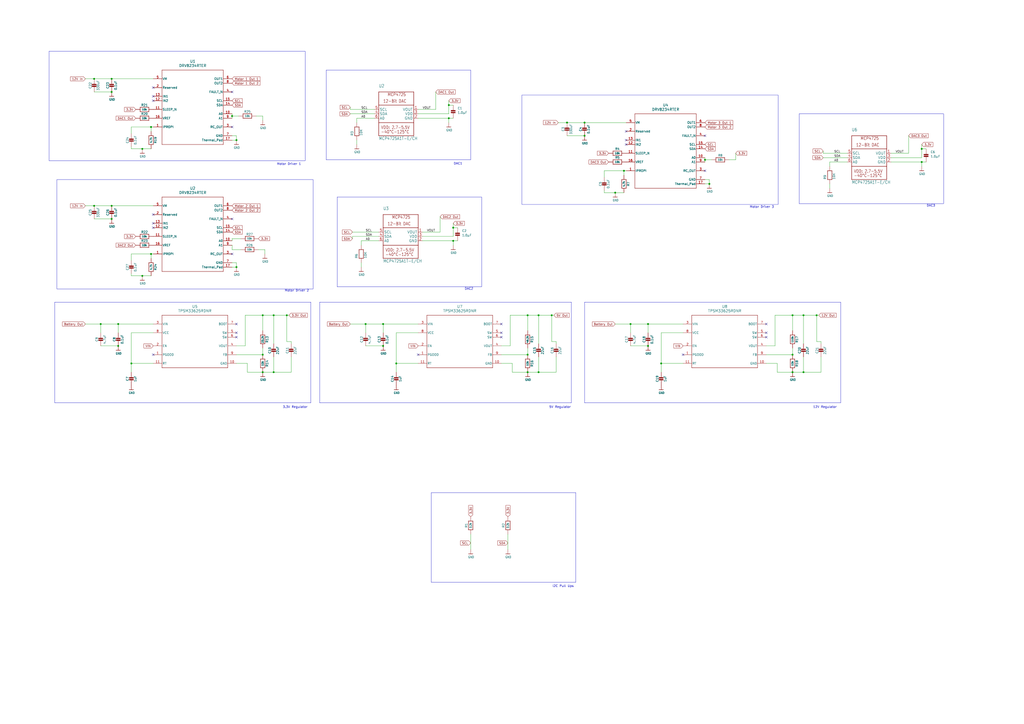
<source format=kicad_sch>
(kicad_sch (version 20250114) (generator "eeschema") (generator_version "9.0")
  (paper "A2")
  (lib_symbols
    (symbol "2025-12-19_19-45-19:DRV8234RTER" (pin_names (offset 0.254))
      (property "Reference" "U" (at 0 2.54 0))
      (property "Value" "DRV8234RTER" (at 0 0 0))
      (symbol "DRV8234RTER_0_1"
        (pin power_in line (at 0 0 0) (length 5.08) (name "VM") (number "5"))
        (pin unspecified line (at 0 -5.08 0) (length 5.08) (name "Reserved") (number "2"))
        (pin input line (at 0 -10.16 0) (length 5.08) (name "IN1") (number "13"))
        (pin input line (at 0 -12.7 0) (length 5.08) (name "IN2") (number "12"))
        (pin input line (at 0 -17.78 0) (length 5.08) (name "SLEEP_N") (number "11"))
        (pin unspecified line (at 0 -22.86 0) (length 5.08) (name "VREF") (number "16"))
        (pin unspecified line (at 0 -27.94 0) (length 5.08) (name "IPROPI") (number "1"))
        (pin unspecified line (at 45.72 0 180) (length 5.08) (name "OUT1") (number "6"))
        (pin unspecified line (at 45.72 -2.54 180) (length 5.08) (name "OUT2") (number "8"))
        (pin open_collector line (at 45.72 -7.62 180) (length 5.08) (name "FAULT_N") (number "4"))
        (pin input line (at 45.72 -12.7 180) (length 5.08) (name "SCL") (number "15"))
        (pin bidirectional line (at 45.72 -15.24 180) (length 5.08) (name "SDA") (number "14"))
        (pin input line (at 45.72 -20.32 180) (length 5.08) (name "A0") (number "10"))
        (pin input line (at 45.72 -22.86 180) (length 5.08) (name "A1") (number "9"))
        (pin open_collector line (at 45.72 -27.94 180) (length 5.08) (name "RC_OUT") (number "3"))
        (pin power_in line (at 45.72 -33.02 180) (length 5.08) (name "GND") (number "7"))
        (pin power_in line (at 45.72 -35.56 180) (length 5.08) (name "Thermal_Pad") (number "17"))
      )
    )
    (symbol "Adafruit MCP4725 Original-eagle-import:CAP_CERAMIC0805"
      (property "Reference" "C" (at 2.54 2.54 0))
      (symbol "CAP_CERAMIC0805_1_0"
        (pin passive line (at 0 5.08 270) (length 2.54) (name "P$1") (number "1"))
        (pin passive line (at 0 -2.54 90) (length 2.54) (name "P$2") (number "2"))
      )
    )
    (symbol "Adafruit MCP4725 Original-eagle-import:DAC_MCP4725"
      (property "Reference" "U" (at -10.16 15.24 0))
      (symbol "DAC_MCP4725_1_0"
        (text "VDD: 2.7-5.5V" (at -8.89 -8.89 0) (effects (font (size 1.778 1.5113)) (justify left bottom)))
        (text "-40°C-125°C" (at -8.89 -11.43 0) (effects (font (size 1.778 1.5113)) (justify left bottom)))
        (text "12-Bit DAC" (at -7.62 6.35 0) (effects (font (size 1.778 1.5113)) (justify left bottom)))
        (text "MCP4725" (at -5.08 10.16 0) (effects (font (size 1.778 1.5113)) (justify left bottom)))
        (pin bidirectional line (at -12.7 2.54 0) (length 2.54) (name "SCL") (number "5"))
        (pin bidirectional line (at -12.7 0 0) (length 2.54) (name "SDA") (number "4"))
        (pin input line (at -12.7 -2.54 0) (length 2.54) (name "A0") (number "6"))
        (pin output line (at 12.7 2.54 180) (length 2.54) (name "VOUT") (number "1"))
        (pin power_in line (at 12.7 0 180) (length 2.54) (name "VDD") (number "3"))
        (pin power_in line (at 12.7 -2.54 180) (length 2.54) (name "GND") (number "2"))
      )
    )
    (symbol "Adafruit MCP4725 Original-eagle-import:GND" (power)
      (symbol "GND_1_0"
        (pin power_in line (at 0 2.54 270) (length 2.54) (name "GND") (number "1"))
      )
    )
    (symbol "Adafruit MCP4725 Original-eagle-import:RESISTOR0805"
      (property "Reference" "R" (at -2.54 2.032 0))
      (symbol "RESISTOR0805_1_0"
        (pin passive line (at -5.08 0 0) (length 2.54) (name "1") (number "1"))
        (pin passive line (at 5.08 0 180) (length 2.54) (name "2") (number "2"))
      )
    )
    (symbol "Adafruit MPM3610-eagle-import:CAP_CERAMIC0805-NOOUTLINE"
      (property "Reference" "C" (at -2.29 1.25 90))
      (symbol "CAP_CERAMIC0805-NOOUTLINE_1_0"
        (pin passive line (at 0 5.08 270) (length 2.54) (name "1") (number "1"))
        (pin passive line (at 0 -2.54 90) (length 2.54) (name "2") (number "2"))
      )
    )
    (symbol "Adafruit MPM3610-eagle-import:GND" (power)
      (symbol "GND_1_0"
        (pin power_in line (at 0 2.54 270) (length 2.54) (name "GND") (number "1"))
      )
    )
    (symbol "Adafruit MPM3610-eagle-import:RESISTOR_0603_NOOUT"
      (property "Reference" "R" (at 0 2.54 0))
      (symbol "RESISTOR_0603_NOOUT_1_0"
        (pin passive line (at -5.08 0 0) (length 2.54) (name "1") (number "1"))
        (pin passive line (at 5.08 0 180) (length 2.54) (name "2") (number "2"))
      )
    )
    (symbol "TPSM33625:TPSM33625RDNR" (pin_names (offset 0.254))
      (property "Reference" "U" (at 0 2.54 0))
      (property "Value" "TPSM33625RDNR" (at 0 0 0))
      (symbol "TPSM33625RDNR_0_1"
        (pin power_in line (at 0 0 0) (length 5.08) (name "VIN") (number "3"))
        (pin unspecified line (at 0 -5.08 0) (length 5.08) (name "VCC") (number "8"))
        (pin input line (at 0 -12.7 0) (length 5.08) (name "EN") (number "2"))
        (pin open_collector line (at 0 -17.78 0) (length 5.08) (name "PGOOD") (number "1"))
        (pin unspecified line (at 0 -22.86 0) (length 5.08) (name "RT") (number "11"))
        (pin unspecified line (at 48.26 0 180) (length 5.08) (name "BOOT") (number "7"))
        (pin unspecified line (at 48.26 -5.08 180) (length 5.08) (name "SW") (number "5"))
        (pin unspecified line (at 48.26 -7.62 180) (length 5.08) (name "SW") (number "6"))
        (pin power_in line (at 48.26 -12.7 180) (length 5.08) (name "VOUT") (number "4"))
        (pin unspecified line (at 48.26 -17.78 180) (length 5.08) (name "FB") (number "9"))
        (pin power_in line (at 48.26 -22.86 180) (length 5.08) (name "GND") (number "10"))
      )
    )
  )
  (rectangle (start 185.42 175.26) (end 331.47 233.68))
  (rectangle (start 250.19 285.75) (end 334.01 337.82))
  (rectangle (start 339.09 175.26) (end 487.68 233.68))
  (rectangle (start 33.02 104.14) (end 181.61 167.64))
  (rectangle (start 28.448 29.718) (end 177.038 93.218))
  (rectangle (start 31.75 175.26) (end 180.34 233.68))
  (rectangle (start 195.58 114.3) (end 279.4 166.37))
  (rectangle (start 189.23 40.64) (end 273.05 92.71))
  (rectangle (start 463.55 66.04) (end 547.37 118.11))
  (rectangle (start 302.768 55.118) (end 451.358 118.618))
  (text "Motor Driver 3\n\n\n" (at 441.96 122.174 0) (effects (font (size 1.27 1.27))))
  (text "Motor Driver 2\n\n" (at 172.212 169.672 0) (effects (font (size 1.27 1.27))))
  (text "DAC1\n" (at 265.684 94.996 0) (effects (font (size 1.27 1.27))))
  (text "3.3V Regulator\n" (at 171.196 236.22 0) (effects (font (size 1.27 1.27))))
  (text "Motor Driver 1\n" (at 167.64 95.25 0) (effects (font (size 1.27 1.27))))
  (text "DAC2\n\n" (at 272.034 168.656 0) (effects (font (size 1.27 1.27))))
  (text "5V Regulator\n" (at 324.866 236.22 0) (effects (font (size 1.27 1.27))))
  (text "I2C Pull Ups\n" (at 326.644 340.106 0) (effects (font (size 1.27 1.27))))
  (text "12V Regulator\n" (at 478.536 236.22 0) (effects (font (size 1.27 1.27))))
  (text "DAC3\n\n" (at 540.004 120.396 0) (effects (font (size 1.27 1.27))))
  (junction (at 534.67 86.36))
  (junction (at 312.42 215.9))
  (junction (at 466.09 182.88))
  (junction (at 212.09 187.96))
  (junction (at 82.55 160.02))
  (junction (at 320.04 182.88))
  (junction (at 64.77 45.72))
  (junction (at 158.75 182.88))
  (junction (at 152.4 215.9))
  (junction (at 534.67 93.98))
  (junction (at 152.4 205.74))
  (junction (at 361.95 99.06))
  (junction (at 260.35 60.96))
  (junction (at 137.16 81.28))
  (junction (at 68.58 187.96))
  (junction (at 339.09 78.74))
  (junction (at 137.16 154.94))
  (junction (at 459.74 215.9))
  (junction (at 473.71 182.88))
  (junction (at 260.35 68.58))
  (junction (at 375.92 200.66))
  (junction (at 466.09 215.9))
  (junction (at 87.63 73.66))
  (junction (at 459.74 205.74))
  (junction (at 222.25 187.96))
  (junction (at 339.09 71.12))
  (junction (at 411.48 106.68))
  (junction (at 383.54 210.82))
  (junction (at 222.25 200.66))
  (junction (at 68.58 200.66))
  (junction (at 134.62 67.31))
  (junction (at 229.87 210.82))
  (junction (at 87.63 147.32))
  (junction (at 158.75 215.9))
  (junction (at 312.42 182.88))
  (junction (at 408.94 92.71))
  (junction (at 306.07 182.88))
  (junction (at 306.07 215.9))
  (junction (at 64.77 127))
  (junction (at 58.42 187.96))
  (junction (at 365.76 187.96))
  (junction (at 375.92 187.96))
  (junction (at 76.2 210.82))
  (junction (at 459.74 182.88))
  (junction (at 64.77 119.38))
  (junction (at 356.87 111.76))
  (junction (at 152.4 182.88))
  (junction (at 54.61 45.72))
  (junction (at 54.61 119.38))
  (junction (at 166.37 182.88))
  (junction (at 328.93 71.12))
  (junction (at 262.89 132.08))
  (junction (at 64.77 53.34))
  (junction (at 262.89 139.7))
  (junction (at 82.55 86.36))
  (junction (at 306.07 205.74))
  (no_connect (at 88.9 58.42))
  (no_connect (at 444.5 195.58))
  (no_connect (at 88.9 129.54))
  (no_connect (at 88.9 124.46))
  (no_connect (at 444.5 193.04))
  (no_connect (at 137.16 195.58))
  (no_connect (at 134.62 127))
  (no_connect (at 88.9 55.88))
  (no_connect (at 290.83 195.58))
  (no_connect (at 134.62 53.34))
  (no_connect (at 134.62 73.66))
  (no_connect (at 242.57 205.74))
  (no_connect (at 396.24 205.74))
  (no_connect (at 88.9 132.08))
  (no_connect (at 363.22 76.2))
  (no_connect (at 408.94 78.74))
  (no_connect (at 408.94 99.06))
  (no_connect (at 137.16 193.04))
  (no_connect (at 290.83 193.04))
  (no_connect (at 363.22 81.28))
  (no_connect (at 363.22 83.82))
  (no_connect (at 88.9 50.8))
  (no_connect (at 444.5 187.96))
  (no_connect (at 290.83 187.96))
  (no_connect (at 134.62 147.32))
  (no_connect (at 88.9 205.74))
  (no_connect (at 137.16 187.96))
  (wire (pts (xy 411.48 106.68) (xy 408.94 106.68)))
  (wire (pts (xy 450.85 210.82) (xy 450.85 215.9)))
  (wire (pts (xy 350.52 111.76) (xy 356.87 111.76)))
  (wire (pts (xy 142.24 200.66) (xy 142.24 182.88)))
  (wire (pts (xy 481.33 106.68) (xy 481.33 109.22)) (stroke (width 0.1524)))
  (wire (pts (xy 312.42 215.9) (xy 306.07 215.9)))
  (wire (pts (xy 422.91 92.71) (xy 426.72 92.71)))
  (wire (pts (xy 260.35 66.04) (xy 260.35 60.96)) (stroke (width 0.1524)))
  (wire (pts (xy 328.93 71.12) (xy 339.09 71.12)))
  (wire (pts (xy 87.63 73.66) (xy 87.63 76.2)))
  (wire (pts (xy 137.16 78.74) (xy 137.16 81.28)))
  (wire (pts (xy 137.16 152.4) (xy 137.16 154.94)))
  (wire (pts (xy 76.2 210.82) (xy 76.2 215.9)))
  (wire (pts (xy 516.89 93.98) (xy 534.67 93.98)) (stroke (width 0.1524)))
  (wire (pts (xy 166.37 198.12) (xy 166.37 182.88)))
  (wire (pts (xy 76.2 160.02) (xy 82.55 160.02)))
  (wire (pts (xy 153.67 144.78) (xy 153.67 147.32)))
  (wire (pts (xy 516.89 88.9) (xy 527.05 88.9)) (stroke (width 0.1524)))
  (wire (pts (xy 476.25 198.12) (xy 473.71 198.12)))
  (wire (pts (xy 143.51 215.9) (xy 152.4 215.9)))
  (wire (pts (xy 365.76 187.96) (xy 365.76 193.04)))
  (wire (pts (xy 477.52 88.9) (xy 491.49 88.9)) (stroke (width 0.1524)))
  (wire (pts (xy 537.21 93.98) (xy 534.67 93.98)) (stroke (width 0.1524)))
  (wire (pts (xy 262.89 139.7) (xy 262.89 142.24)) (stroke (width 0.1524)))
  (wire (pts (xy 516.89 91.44) (xy 534.67 91.44)) (stroke (width 0.1524)))
  (wire (pts (xy 476.25 207.01) (xy 476.25 215.9)))
  (wire (pts (xy 68.58 187.96) (xy 88.9 187.96)))
  (wire (pts (xy 158.75 199.39) (xy 158.75 182.88)))
  (wire (pts (xy 534.67 93.98) (xy 534.67 96.52)) (stroke (width 0.1524)))
  (wire (pts (xy 363.22 99.06) (xy 361.95 99.06)))
  (wire (pts (xy 64.77 45.72) (xy 88.9 45.72)))
  (wire (pts (xy 481.33 93.98) (xy 481.33 96.52)) (stroke (width 0.1524)))
  (wire (pts (xy 312.42 182.88) (xy 320.04 182.88)))
  (wire (pts (xy 322.58 207.01) (xy 322.58 215.9)))
  (wire (pts (xy 322.58 198.12) (xy 320.04 198.12)))
  (wire (pts (xy 54.61 53.34) (xy 64.77 53.34)))
  (wire (pts (xy 245.11 137.16) (xy 262.89 137.16)) (stroke (width 0.1524)))
  (wire (pts (xy 49.53 119.38) (xy 54.61 119.38)))
  (wire (pts (xy 166.37 182.88) (xy 167.64 182.88)))
  (wire (pts (xy 158.75 207.01) (xy 158.75 215.9)))
  (wire (pts (xy 49.53 187.96) (xy 58.42 187.96)))
  (wire (pts (xy 459.74 182.88) (xy 466.09 182.88)))
  (wire (pts (xy 262.89 137.16) (xy 262.89 132.08)) (stroke (width 0.1524)))
  (wire (pts (xy 408.94 92.71) (xy 408.94 93.98)))
  (wire (pts (xy 137.16 205.74) (xy 152.4 205.74)))
  (wire (pts (xy 242.57 193.04) (xy 229.87 193.04)))
  (wire (pts (xy 217.17 68.58) (xy 207.01 68.58)) (stroke (width 0.1524)))
  (wire (pts (xy 168.91 215.9) (xy 158.75 215.9)))
  (wire (pts (xy 87.63 147.32) (xy 76.2 147.32)))
  (wire (pts (xy 137.16 81.28) (xy 134.62 81.28)))
  (wire (pts (xy 203.2 66.04) (xy 217.17 66.04)) (stroke (width 0.1524)))
  (wire (pts (xy 408.94 104.14) (xy 411.48 104.14)))
  (wire (pts (xy 534.67 86.36) (xy 534.67 83.82)) (stroke (width 0.1524)))
  (wire (pts (xy 255.27 125.73) (xy 255.27 134.62)))
  (wire (pts (xy 88.9 193.04) (xy 76.2 193.04)))
  (wire (pts (xy 375.92 187.96) (xy 396.24 187.96)))
  (wire (pts (xy 527.05 78.74) (xy 527.05 88.9)))
  (wire (pts (xy 152.4 205.74) (xy 152.4 201.93)))
  (wire (pts (xy 82.55 86.36) (xy 87.63 86.36)))
  (wire (pts (xy 54.61 127) (xy 64.77 127)))
  (wire (pts (xy 383.54 193.04) (xy 383.54 210.82)))
  (wire (pts (xy 87.63 147.32) (xy 87.63 149.86)))
  (wire (pts (xy 450.85 215.9) (xy 459.74 215.9)))
  (wire (pts (xy 138.43 67.31) (xy 134.62 67.31)))
  (wire (pts (xy 297.18 215.9) (xy 306.07 215.9)))
  (wire (pts (xy 54.61 119.38) (xy 64.77 119.38)))
  (wire (pts (xy 265.43 132.08) (xy 262.89 132.08)) (stroke (width 0.1524)))
  (wire (pts (xy 204.47 134.62) (xy 219.71 134.62)) (stroke (width 0.1524)))
  (wire (pts (xy 290.83 210.82) (xy 297.18 210.82)))
  (wire (pts (xy 245.11 139.7) (xy 262.89 139.7)) (stroke (width 0.1524)))
  (wire (pts (xy 477.52 91.44) (xy 491.49 91.44)) (stroke (width 0.1524)))
  (wire (pts (xy 168.91 207.01) (xy 168.91 215.9)))
  (wire (pts (xy 88.9 73.66) (xy 87.63 73.66)))
  (wire (pts (xy 365.76 187.96) (xy 375.92 187.96)))
  (wire (pts (xy 383.54 210.82) (xy 396.24 210.82)))
  (wire (pts (xy 137.16 154.94) (xy 134.62 154.94)))
  (wire (pts (xy 168.91 199.39) (xy 168.91 198.12)))
  (wire (pts (xy 87.63 73.66) (xy 76.2 73.66)))
  (wire (pts (xy 339.09 71.12) (xy 363.22 71.12)))
  (wire (pts (xy 290.83 205.74) (xy 306.07 205.74)))
  (wire (pts (xy 68.58 187.96) (xy 68.58 193.04)))
  (wire (pts (xy 149.86 144.78) (xy 153.67 144.78)))
  (wire (pts (xy 152.4 182.88) (xy 152.4 191.77)))
  (wire (pts (xy 207.01 81.28) (xy 207.01 83.82)) (stroke (width 0.1524)))
  (wire (pts (xy 320.04 182.88) (xy 321.31 182.88)))
  (wire (pts (xy 207.01 68.58) (xy 207.01 71.12)) (stroke (width 0.1524)))
  (wire (pts (xy 473.71 182.88) (xy 474.98 182.88)))
  (wire (pts (xy 426.72 88.9) (xy 426.72 92.71)))
  (wire (pts (xy 408.94 92.71) (xy 408.94 91.44)))
  (wire (pts (xy 229.87 193.04) (xy 229.87 210.82)))
  (wire (pts (xy 137.16 200.66) (xy 142.24 200.66)))
  (wire (pts (xy 466.09 215.9) (xy 459.74 215.9)))
  (wire (pts (xy 203.2 63.5) (xy 217.17 63.5)) (stroke (width 0.1524)))
  (wire (pts (xy 242.57 66.04) (xy 260.35 66.04)) (stroke (width 0.1524)))
  (wire (pts (xy 76.2 193.04) (xy 76.2 210.82)))
  (wire (pts (xy 82.55 160.02) (xy 87.63 160.02)))
  (wire (pts (xy 534.67 91.44) (xy 534.67 86.36)) (stroke (width 0.1524)))
  (wire (pts (xy 294.64 309.88) (xy 294.64 318.77)))
  (wire (pts (xy 265.43 139.7) (xy 262.89 139.7)) (stroke (width 0.1524)))
  (wire (pts (xy 139.7 144.78) (xy 134.62 144.78)))
  (wire (pts (xy 222.25 187.96) (xy 242.57 187.96)))
  (wire (pts (xy 152.4 182.88) (xy 158.75 182.88)))
  (wire (pts (xy 444.5 210.82) (xy 450.85 210.82)))
  (wire (pts (xy 203.2 187.96) (xy 212.09 187.96)))
  (wire (pts (xy 242.57 68.58) (xy 260.35 68.58)) (stroke (width 0.1524)))
  (wire (pts (xy 148.59 67.31) (xy 152.4 67.31)))
  (wire (pts (xy 444.5 200.66) (xy 449.58 200.66)))
  (wire (pts (xy 295.91 200.66) (xy 295.91 182.88)))
  (wire (pts (xy 491.49 93.98) (xy 481.33 93.98)) (stroke (width 0.1524)))
  (wire (pts (xy 58.42 187.96) (xy 68.58 187.96)))
  (wire (pts (xy 252.73 53.34) (xy 252.73 63.5)))
  (wire (pts (xy 262.89 132.08) (xy 262.89 129.54)) (stroke (width 0.1524)))
  (wire (pts (xy 356.87 111.76) (xy 361.95 111.76)))
  (wire (pts (xy 444.5 205.74) (xy 459.74 205.74)))
  (wire (pts (xy 49.53 45.72) (xy 54.61 45.72)))
  (wire (pts (xy 203.2 63.5) (xy 203.2 62.23)) (stroke (width 0.1524)))
  (wire (pts (xy 76.2 85.09) (xy 76.2 86.36)))
  (wire (pts (xy 537.21 86.36) (xy 534.67 86.36)) (stroke (width 0.1524)))
  (wire (pts (xy 143.51 210.82) (xy 143.51 215.9)))
  (wire (pts (xy 134.62 67.31) (xy 134.62 66.04)))
  (wire (pts (xy 312.42 199.39) (xy 312.42 182.88)))
  (wire (pts (xy 209.55 139.7) (xy 209.55 142.24)) (stroke (width 0.1524)))
  (wire (pts (xy 262.89 60.96) (xy 260.35 60.96)) (stroke (width 0.1524)))
  (wire (pts (xy 134.62 78.74) (xy 137.16 78.74)))
  (wire (pts (xy 466.09 199.39) (xy 466.09 182.88)))
  (wire (pts (xy 158.75 182.88) (xy 166.37 182.88)))
  (wire (pts (xy 356.87 187.96) (xy 365.76 187.96)))
  (wire (pts (xy 152.4 67.31) (xy 152.4 69.85)))
  (wire (pts (xy 260.35 60.96) (xy 260.35 58.42)) (stroke (width 0.1524)))
  (wire (pts (xy 365.76 200.66) (xy 375.92 200.66)))
  (wire (pts (xy 137.16 210.82) (xy 143.51 210.82)))
  (wire (pts (xy 134.62 138.43) (xy 134.62 139.7)))
  (wire (pts (xy 350.52 110.49) (xy 350.52 111.76)))
  (wire (pts (xy 242.57 63.5) (xy 252.73 63.5)) (stroke (width 0.1524)))
  (wire (pts (xy 76.2 73.66) (xy 76.2 77.47)))
  (wire (pts (xy 222.25 187.96) (xy 222.25 193.04)))
  (wire (pts (xy 361.95 99.06) (xy 350.52 99.06)))
  (wire (pts (xy 449.58 182.88) (xy 459.74 182.88)))
  (wire (pts (xy 204.47 137.16) (xy 204.47 138.43)))
  (wire (pts (xy 295.91 182.88) (xy 306.07 182.88)))
  (wire (pts (xy 229.87 210.82) (xy 242.57 210.82)))
  (wire (pts (xy 58.42 187.96) (xy 58.42 193.04)))
  (wire (pts (xy 64.77 119.38) (xy 88.9 119.38)))
  (wire (pts (xy 476.25 199.39) (xy 476.25 198.12)))
  (wire (pts (xy 328.93 78.74) (xy 339.09 78.74)))
  (wire (pts (xy 229.87 210.82) (xy 229.87 215.9)))
  (wire (pts (xy 306.07 182.88) (xy 312.42 182.88)))
  (wire (pts (xy 411.48 104.14) (xy 411.48 106.68)))
  (wire (pts (xy 76.2 210.82) (xy 88.9 210.82)))
  (wire (pts (xy 306.07 182.88) (xy 306.07 191.77)))
  (wire (pts (xy 139.7 138.43) (xy 134.62 138.43)))
  (wire (pts (xy 322.58 215.9) (xy 312.42 215.9)))
  (wire (pts (xy 168.91 198.12) (xy 166.37 198.12)))
  (wire (pts (xy 361.95 99.06) (xy 361.95 101.6)))
  (wire (pts (xy 212.09 187.96) (xy 212.09 193.04)))
  (wire (pts (xy 459.74 182.88) (xy 459.74 191.77)))
  (wire (pts (xy 383.54 210.82) (xy 383.54 215.9)))
  (wire (pts (xy 476.25 215.9) (xy 466.09 215.9)))
  (wire (pts (xy 209.55 152.4) (xy 209.55 154.94)) (stroke (width 0.1524)))
  (wire (pts (xy 412.75 92.71) (xy 408.94 92.71)))
  (wire (pts (xy 134.62 144.78) (xy 134.62 142.24)))
  (wire (pts (xy 466.09 182.88) (xy 473.71 182.88)))
  (wire (pts (xy 375.92 187.96) (xy 375.92 193.04)))
  (wire (pts (xy 297.18 210.82) (xy 297.18 215.9)))
  (wire (pts (xy 477.52 88.9) (xy 477.52 87.63)) (stroke (width 0.1524)))
  (wire (pts (xy 219.71 137.16) (xy 204.47 137.16)))
  (wire (pts (xy 212.09 187.96) (xy 222.25 187.96)))
  (wire (pts (xy 466.09 207.01) (xy 466.09 215.9)))
  (wire (pts (xy 350.52 99.06) (xy 350.52 102.87)))
  (wire (pts (xy 473.71 198.12) (xy 473.71 182.88)))
  (wire (pts (xy 306.07 205.74) (xy 306.07 201.93)))
  (wire (pts (xy 219.71 139.7) (xy 209.55 139.7)) (stroke (width 0.1524)))
  (wire (pts (xy 322.58 199.39) (xy 322.58 198.12)))
  (wire (pts (xy 312.42 207.01) (xy 312.42 215.9)))
  (wire (pts (xy 134.62 152.4) (xy 137.16 152.4)))
  (wire (pts (xy 290.83 200.66) (xy 295.91 200.66)))
  (wire (pts (xy 54.61 45.72) (xy 64.77 45.72)))
  (wire (pts (xy 320.04 198.12) (xy 320.04 182.88)))
  (wire (pts (xy 88.9 147.32) (xy 87.63 147.32)))
  (wire (pts (xy 212.09 200.66) (xy 222.25 200.66)))
  (wire (pts (xy 158.75 215.9) (xy 152.4 215.9)))
  (wire (pts (xy 273.05 309.88) (xy 273.05 318.77)))
  (wire (pts (xy 76.2 158.75) (xy 76.2 160.02)))
  (wire (pts (xy 449.58 200.66) (xy 449.58 182.88)))
  (wire (pts (xy 260.35 68.58) (xy 260.35 71.12)) (stroke (width 0.1524)))
  (wire (pts (xy 245.11 134.62) (xy 255.27 134.62)) (stroke (width 0.1524)))
  (wire (pts (xy 58.42 200.66) (xy 68.58 200.66)))
  (wire (pts (xy 134.62 67.31) (xy 134.62 68.58)))
  (wire (pts (xy 142.24 182.88) (xy 152.4 182.88)))
  (wire (pts (xy 76.2 147.32) (xy 76.2 151.13)))
  (wire (pts (xy 76.2 86.36) (xy 82.55 86.36)))
  (wire (pts (xy 262.89 68.58) (xy 260.35 68.58)) (stroke (width 0.1524)))
  (wire (pts (xy 396.24 193.04) (xy 383.54 193.04)))
  (wire (pts (xy 459.74 205.74) (xy 459.74 201.93)))
  (wire (pts (xy 323.85 71.12) (xy 328.93 71.12)))
  (label "SCL" (at 212.09 134.62 0) (effects (font (size 1.2446 1.2446))))
  (label "A0" (at 483.87 93.98 0) (effects (font (size 1.2446 1.2446))))
  (label "SDA" (at 209.55 66.04 0) (effects (font (size 1.2446 1.2446))))
  (label "SDA" (at 212.09 137.16 0) (effects (font (size 1.2446 1.2446))))
  (label "A0" (at 212.09 139.7 0) (effects (font (size 1.2446 1.2446))))
  (label "SCL" (at 209.55 63.5 0) (effects (font (size 1.2446 1.2446))))
  (label "SDA" (at 483.87 91.44 0) (effects (font (size 1.2446 1.2446))))
  (label "A0" (at 209.55 68.58 0) (effects (font (size 1.2446 1.2446))))
  (label "SCL" (at 483.87 88.9 0) (effects (font (size 1.2446 1.2446))))
  (label "VOUT" (at 519.43 88.9 0) (effects (font (size 1.2446 1.2446))))
  (label "VOUT" (at 247.65 134.62 0) (effects (font (size 1.2446 1.2446))))
  (label "VOUT" (at 245.11 63.5 0) (effects (font (size 1.2446 1.2446))))
  (global_label "Motor 3 Out 2" (shape input) (at 408.94 73.66 0) (property "Intersheetrefs" "${INTERSHEET_REFS}" (effects (hide yes))))
  (global_label "SCL" (shape input) (at 477.52 87.63 180) (property "Intersheetrefs" "${INTERSHEET_REFS}" (effects (hide yes))))
  (global_label "SCL" (shape input) (at 203.2 62.23 180) (property "Intersheetrefs" "${INTERSHEET_REFS}" (effects (hide yes))))
  (global_label "SCL" (shape input) (at 134.62 132.08 0) (property "Intersheetrefs" "${INTERSHEET_REFS}" (effects (hide yes))))
  (global_label "12V Out" (shape input) (at 474.98 182.88 0) (property "Intersheetrefs" "${INTERSHEET_REFS}" (effects (hide yes))))
  (global_label "DAC3 Out" (shape input) (at 353.06 93.98 180) (property "Intersheetrefs" "${INTERSHEET_REFS}" (effects (hide yes))))
  (global_label "SDA" (shape input) (at 134.62 60.96 0) (property "Intersheetrefs" "${INTERSHEET_REFS}" (effects (hide yes))))
  (global_label "DAC3 Out" (shape input) (at 527.05 78.74 0) (property "Intersheetrefs" "${INTERSHEET_REFS}" (effects (hide yes))))
  (global_label "VIN" (shape input) (at 88.9 200.66 180) (property "Intersheetrefs" "${INTERSHEET_REFS}" (effects (hide yes))))
  (global_label "Motor 3 Out 1" (shape input) (at 408.94 71.12 0) (property "Intersheetrefs" "${INTERSHEET_REFS}" (effects (hide yes))))
  (global_label "SDA" (shape input) (at 477.52 91.44 180) (property "Intersheetrefs" "${INTERSHEET_REFS}" (effects (hide yes))))
  (global_label "SDA" (shape input) (at 203.2 66.04 180) (property "Intersheetrefs" "${INTERSHEET_REFS}" (effects (hide yes))))
  (global_label "3.3V" (shape input) (at 149.86 138.43 0) (property "Intersheetrefs" "${INTERSHEET_REFS}" (effects (hide yes))))
  (global_label "SDA" (shape input) (at 408.94 86.36 0) (property "Intersheetrefs" "${INTERSHEET_REFS}" (effects (hide yes))))
  (global_label "3.3V Out" (shape input) (at 167.64 182.88 0) (property "Intersheetrefs" "${INTERSHEET_REFS}" (effects (hide yes))))
  (global_label "3.3V" (shape input) (at 78.74 137.16 180) (property "Intersheetrefs" "${INTERSHEET_REFS}" (effects (hide yes))))
  (global_label "DAC1 Out" (shape input) (at 78.74 68.58 180) (property "Intersheetrefs" "${INTERSHEET_REFS}" (effects (hide yes))))
  (global_label "Motor 1 Out 2" (shape input) (at 134.62 48.26 0) (property "Intersheetrefs" "${INTERSHEET_REFS}" (effects (hide yes))))
  (global_label "SDA" (shape input) (at 204.47 138.43 180) (property "Intersheetrefs" "${INTERSHEET_REFS}" (effects (hide yes))))
  (global_label "Battery Out" (shape input) (at 49.53 187.96 180) (property "Intersheetrefs" "${INTERSHEET_REFS}" (effects (hide yes))))
  (global_label "VIN" (shape input) (at 396.24 200.66 180) (property "Intersheetrefs" "${INTERSHEET_REFS}" (effects (hide yes))))
  (global_label "DAC1 Out" (shape input) (at 252.73 53.34 0) (property "Intersheetrefs" "${INTERSHEET_REFS}" (effects (hide yes))))
  (global_label "Motor 2 Out 1" (shape input) (at 134.62 119.38 0) (property "Intersheetrefs" "${INTERSHEET_REFS}" (effects (hide yes))))
  (global_label "12V In" (shape input) (at 323.85 71.12 180) (property "Intersheetrefs" "${INTERSHEET_REFS}" (effects (hide yes))))
  (global_label "VIN" (shape input) (at 242.57 200.66 180) (property "Intersheetrefs" "${INTERSHEET_REFS}" (effects (hide yes))))
  (global_label "SCL" (shape input) (at 134.62 58.42 0) (property "Intersheetrefs" "${INTERSHEET_REFS}" (effects (hide yes))))
  (global_label "Battery Out" (shape input) (at 356.87 187.96 180) (property "Intersheetrefs" "${INTERSHEET_REFS}" (effects (hide yes))))
  (global_label "SDA" (shape input) (at 134.62 134.62 0) (property "Intersheetrefs" "${INTERSHEET_REFS}" (effects (hide yes))))
  (global_label "3.3V" (shape input) (at 78.74 63.5 180) (property "Intersheetrefs" "${INTERSHEET_REFS}" (effects (hide yes))))
  (global_label "3.3V" (shape input) (at 353.06 88.9 180) (property "Intersheetrefs" "${INTERSHEET_REFS}" (effects (hide yes))))
  (global_label "SDA" (shape input) (at 294.64 314.96 180) (property "Intersheetrefs" "${INTERSHEET_REFS}" (effects (hide yes))))
  (global_label "3.3V" (shape input) (at 273.05 299.72 90) (property "Intersheetrefs" "${INTERSHEET_REFS}" (effects (hide yes))))
  (global_label "SCL" (shape input) (at 408.94 83.82 0) (property "Intersheetrefs" "${INTERSHEET_REFS}" (effects (hide yes))))
  (global_label "5V Out" (shape input) (at 321.31 182.88 0) (property "Intersheetrefs" "${INTERSHEET_REFS}" (effects (hide yes))))
  (global_label "3.3V" (shape input) (at 426.72 88.9 0) (property "Intersheetrefs" "${INTERSHEET_REFS}" (effects (hide yes))))
  (global_label "3.3V" (shape input) (at 262.89 129.54 0) (property "Intersheetrefs" "${INTERSHEET_REFS}" (effects (hide yes))))
  (global_label "SCL" (shape input) (at 204.47 134.62 180) (property "Intersheetrefs" "${INTERSHEET_REFS}" (effects (hide yes))))
  (global_label "3.3V" (shape input) (at 294.64 299.72 90) (property "Intersheetrefs" "${INTERSHEET_REFS}" (effects (hide yes))))
  (global_label "DAC2 Out" (shape input) (at 255.27 125.73 0) (property "Intersheetrefs" "${INTERSHEET_REFS}" (effects (hide yes))))
  (global_label "Battery Out" (shape input) (at 203.2 187.96 180) (property "Intersheetrefs" "${INTERSHEET_REFS}" (effects (hide yes))))
  (global_label "Motor 1 Out 1" (shape input) (at 134.62 45.72 0) (property "Intersheetrefs" "${INTERSHEET_REFS}" (effects (hide yes))))
  (global_label "12V In" (shape input) (at 49.53 119.38 180) (property "Intersheetrefs" "${INTERSHEET_REFS}" (effects (hide yes))))
  (global_label "3.3V" (shape input) (at 260.35 58.42 0) (property "Intersheetrefs" "${INTERSHEET_REFS}" (effects (hide yes))))
  (global_label "SCL" (shape input) (at 273.05 314.96 180) (property "Intersheetrefs" "${INTERSHEET_REFS}" (effects (hide yes))))
  (global_label "Motor 2 Out 2" (shape input) (at 134.62 121.92 0) (property "Intersheetrefs" "${INTERSHEET_REFS}" (effects (hide yes))))
  (global_label "12V In" (shape input) (at 49.53 45.72 180) (property "Intersheetrefs" "${INTERSHEET_REFS}" (effects (hide yes))))
  (global_label "DAC2 Out" (shape input) (at 78.74 142.24 180) (property "Intersheetrefs" "${INTERSHEET_REFS}" (effects (hide yes))))
  (global_label "3.3V" (shape input) (at 534.67 83.82 0) (property "Intersheetrefs" "${INTERSHEET_REFS}" (effects (hide yes))))
  (symbol (lib_id "Adafruit MCP4725 Original-eagle-import:GND") (at 481.33 111.76 0) (unit 1)
    (property "Reference" "#U$011" (effects (hide yes)))
    (property "Value" "GND" (at 479.806 114.3 0) (effects (font (size 1.27 1.0795)) (justify left bottom)))
  )
  (symbol (lib_id "Adafruit MCP4725 Original-eagle-import:RESISTOR0805") (at 481.33 101.6 90) (unit 1)
    (property "Reference" "R9" (at 479.298 104.14 0) (effects (justify left bottom)))
    (property "Value" "10K" (at 484.505 104.14 0) (effects (justify left bottom)))
    (property "Footprint" "Adafruit MCP4725 Original:0805" (effects (hide yes)))
  )
  (symbol (lib_id "Adafruit MCP4725 Original-eagle-import:DAC_MCP4725") (at 229.87 66.04 0) (unit 1)
    (property "Reference" "U2" (at 219.71 50.8 0) (effects (font (size 1.778 1.5113)) (justify left bottom)))
    (property "Value" "MCP4725A1T-E/CH" (at 219.71 81.28 0) (effects (font (size 1.778 1.5113)) (justify left bottom)))
    (property "Footprint" "Adafruit MCP4725 Original:SOT23-6" (effects (hide yes)))
  )
  (symbol (lib_id "Adafruit MCP4725 Original-eagle-import:GND") (at 534.67 99.06 0) (unit 1)
    (property "Reference" "#U$012" (effects (hide yes)))
    (property "Value" "GND" (at 533.146 101.6 0) (effects (font (size 1.27 1.0795)) (justify left bottom)))
  )
  (symbol (lib_id "Adafruit MPM3610-eagle-import:CAP_CERAMIC0805-NOOUTLINE") (at 76.2 156.21 0) (unit 1)
    (property "Reference" "C27" (at 73.91 154.96 90))
    (property "Value" "0.1uF" (at 78.5 154.96 90))
    (property "Footprint" "Adafruit MPM3610:0805-NO" (effects (hide yes)))
  )
  (symbol (lib_id "Adafruit MPM3610-eagle-import:GND") (at 76.2 226.06 0) (unit 1)
    (property "Reference" "#U$015" (effects (hide yes)))
    (property "Value" "GND" (at 74.676 228.6 0) (effects (font (size 1.27 1.0795)) (justify left bottom)))
  )
  (symbol (lib_id "Adafruit MPM3610-eagle-import:GND") (at 82.55 88.9 0) (unit 1)
    (property "Reference" "#U$031" (effects (hide yes)))
    (property "Value" "GND" (at 81.026 91.44 0) (effects (font (size 1.27 1.0795)) (justify left bottom)))
  )
  (symbol (lib_id "Adafruit MPM3610-eagle-import:RESISTOR_0603_NOOUT") (at 358.14 93.98 0) (unit 1)
    (property "Reference" "R5" (at 358.14 91.44 0))
    (property "Value" "10k" (at 358.14 93.98 0) (effects (font (size 1.016 1.016) (thickness 0.2032) (bold yes))))
    (property "Footprint" "Adafruit MPM3610:0603-NO" (effects (hide yes)))
  )
  (symbol (lib_id "2025-12-19_19-45-19:DRV8234RTER") (at 88.9 45.72 0) (unit 1)
    (property "Reference" "U1" (at 111.76 35.56 0) (effects (font (size 1.524 1.524))))
    (property "Value" "DRV8234RTER" (at 111.76 38.1 0) (effects (font (size 1.524 1.524))))
    (property "Footprint" "RTE0016C-IPC_A" (effects (hide yes)))
    (property "Datasheet" "https://www.ti.com/lit/gpn/drv8234" (effects (hide yes)))
  )
  (symbol (lib_id "Adafruit MPM3610-eagle-import:RESISTOR_0603_NOOUT") (at 358.14 88.9 0) (unit 1)
    (property "Reference" "R4" (at 358.14 86.36 0))
    (property "Value" "10k" (at 358.14 88.9 0) (effects (font (size 1.016 1.016) (thickness 0.2032) (bold yes))))
    (property "Footprint" "Adafruit MPM3610:0603-NO" (effects (hide yes)))
  )
  (symbol (lib_id "Adafruit MPM3610-eagle-import:RESISTOR_0603_NOOUT") (at 143.51 67.31 0) (unit 1)
    (property "Reference" "R25" (at 143.51 64.77 0))
    (property "Value" "10k" (at 143.51 67.31 0) (effects (font (size 1.016 1.016) (thickness 0.2032) (bold yes))))
    (property "Footprint" "Adafruit MPM3610:0603-NO" (effects (hide yes)))
  )
  (symbol (lib_id "Adafruit MCP4725 Original-eagle-import:DAC_MCP4725") (at 504.19 91.44 0) (unit 1)
    (property "Reference" "U6" (at 494.03 76.2 0) (effects (font (size 1.778 1.5113)) (justify left bottom)))
    (property "Value" "MCP4725A1T-E/CH" (at 494.03 106.68 0) (effects (font (size 1.778 1.5113)) (justify left bottom)))
    (property "Footprint" "Adafruit MCP4725 Original:SOT23-6" (effects (hide yes)))
  )
  (symbol (lib_id "Adafruit MPM3610-eagle-import:GND") (at 222.25 203.2 0) (unit 1)
    (property "Reference" "#U$024" (effects (hide yes)))
    (property "Value" "GND" (at 220.726 205.74 0) (effects (font (size 1.27 1.0795)) (justify left bottom)))
  )
  (symbol (lib_id "Adafruit MPM3610-eagle-import:CAP_CERAMIC0805-NOOUTLINE") (at 375.92 198.12 0) (unit 1)
    (property "Reference" "C18" (at 373.63 196.87 90))
    (property "Value" "0.1uF" (at 378.22 196.87 90))
    (property "Footprint" "Adafruit MPM3610:0805-NO" (effects (hide yes)))
  )
  (symbol (lib_id "Adafruit MPM3610-eagle-import:CAP_CERAMIC0805-NOOUTLINE") (at 312.42 204.47 0) (unit 1)
    (property "Reference" "C15" (at 310.13 203.22 90))
    (property "Value" "22uF" (at 314.72 203.22 90))
    (property "Footprint" "Adafruit MPM3610:0805-NO" (effects (hide yes)))
  )
  (symbol (lib_id "Adafruit MCP4725 Original-eagle-import:RESISTOR0805") (at 209.55 147.32 90) (unit 1)
    (property "Reference" "R6" (at 207.518 149.86 0) (effects (justify left bottom)))
    (property "Value" "10K" (at 212.725 149.86 0) (effects (justify left bottom)))
    (property "Footprint" "Adafruit MCP4725 Original:0805" (effects (hide yes)))
  )
  (symbol (lib_id "Adafruit MPM3610-eagle-import:RESISTOR_0603_NOOUT") (at 144.78 144.78 0) (unit 1)
    (property "Reference" "R26" (at 144.78 142.24 0))
    (property "Value" "10k" (at 144.78 144.78 0) (effects (font (size 1.016 1.016) (thickness 0.2032) (bold yes))))
    (property "Footprint" "Adafruit MPM3610:0603-NO" (effects (hide yes)))
  )
  (symbol (lib_id "Adafruit MPM3610-eagle-import:RESISTOR_0603_NOOUT") (at 417.83 92.71 0) (unit 1)
    (property "Reference" "R8" (at 417.83 90.17 0))
    (property "Value" "10k" (at 417.83 92.71 0) (effects (font (size 1.016 1.016) (thickness 0.2032) (bold yes))))
    (property "Footprint" "Adafruit MPM3610:0603-NO" (effects (hide yes)))
  )
  (symbol (lib_id "Adafruit MPM3610-eagle-import:CAP_CERAMIC0805-NOOUTLINE") (at 58.42 198.12 0) (unit 1)
    (property "Reference" "C9" (at 56.13 196.87 90))
    (property "Value" "4.7uF" (at 60.72 196.87 90))
    (property "Footprint" "Adafruit MPM3610:0805-NO" (effects (hide yes)))
  )
  (symbol (lib_id "Adafruit MCP4725 Original-eagle-import:GND") (at 294.64 321.31 0) (unit 1)
    (property "Reference" "#U$02" (effects (hide yes)))
    (property "Value" "GND" (at 293.116 323.85 0) (effects (font (size 1.27 1.0795)) (justify left bottom)))
  )
  (symbol (lib_id "Adafruit MCP4725 Original-eagle-import:RESISTOR0805") (at 207.01 76.2 90) (unit 1)
    (property "Reference" "R3" (at 204.978 78.74 0) (effects (justify left bottom)))
    (property "Value" "10K" (at 210.185 78.74 0) (effects (justify left bottom)))
    (property "Footprint" "Adafruit MCP4725 Original:0805" (effects (hide yes)))
  )
  (symbol (lib_id "Adafruit MPM3610-eagle-import:GND") (at 137.16 157.48 0) (unit 1)
    (property "Reference" "#U$035" (effects (hide yes)))
    (property "Value" "GND" (at 135.636 160.02 0) (effects (font (size 1.27 1.0795)) (justify left bottom)))
  )
  (symbol (lib_id "TPSM33625:TPSM33625RDNR") (at 396.24 187.96 0) (unit 1)
    (property "Reference" "U8" (at 420.37 177.8 0) (effects (font (size 1.524 1.524))))
    (property "Value" "TPSM33625RDNR" (at 420.37 180.34 0) (effects (font (size 1.524 1.524))))
    (property "Footprint" "RDN0011A-MFG" (effects (hide yes)))
    (property "Datasheet" "https://www.ti.com/lit/gpn/tpsm33625" (effects (hide yes)))
  )
  (symbol (lib_id "Adafruit MPM3610-eagle-import:GND") (at 375.92 203.2 0) (unit 1)
    (property "Reference" "#U$027" (effects (hide yes)))
    (property "Value" "GND" (at 374.396 205.74 0) (effects (font (size 1.27 1.0795)) (justify left bottom)))
  )
  (symbol (lib_id "Adafruit MPM3610-eagle-import:CAP_CERAMIC0805-NOOUTLINE") (at 64.77 124.46 0) (unit 1)
    (property "Reference" "C26" (at 62.48 123.21 90))
    (property "Value" "0.1uF" (at 67.07 123.21 90))
    (property "Footprint" "Adafruit MPM3610:0805-NO" (effects (hide yes)))
  )
  (symbol (lib_id "Adafruit MPM3610-eagle-import:RESISTOR_0603_NOOUT") (at 87.63 154.94 270) (unit 1)
    (property "Reference" "R24" (at 90.17 154.94 0))
    (property "Value" "4.7k" (at 87.63 154.94 0) (effects (font (size 1.016 1.016) (thickness 0.2032) (bold yes))))
    (property "Footprint" "Adafruit MPM3610:0603-NO" (effects (hide yes)))
  )
  (symbol (lib_id "Adafruit MPM3610-eagle-import:CAP_CERAMIC0805-NOOUTLINE") (at 328.93 76.2 0) (unit 1)
    (property "Reference" "C3" (at 326.64 74.95 90))
    (property "Value" "330uF" (at 331.23 74.95 90))
    (property "Footprint" "Adafruit MPM3610:0805-NO" (effects (hide yes)))
  )
  (symbol (lib_id "Adafruit MCP4725 Original-eagle-import:DAC_MCP4725") (at 232.41 137.16 0) (unit 1)
    (property "Reference" "U3" (at 222.25 121.92 0) (effects (font (size 1.778 1.5113)) (justify left bottom)))
    (property "Value" "MCP4725A1T-E/CH" (at 222.25 152.4 0) (effects (font (size 1.778 1.5113)) (justify left bottom)))
    (property "Footprint" "Adafruit MCP4725 Original:SOT23-6" (effects (hide yes)))
  )
  (symbol (lib_id "Adafruit MCP4725 Original-eagle-import:GND") (at 260.35 73.66 0) (unit 1)
    (property "Reference" "#U$3" (effects (hide yes)))
    (property "Value" "GND" (at 258.826 76.2 0) (effects (font (size 1.27 1.0795)) (justify left bottom)))
  )
  (symbol (lib_id "Adafruit MPM3610-eagle-import:RESISTOR_0603_NOOUT") (at 361.95 106.68 270) (unit 1)
    (property "Reference" "R7" (at 364.49 106.68 0))
    (property "Value" "4.7k" (at 361.95 106.68 0) (effects (font (size 1.016 1.016) (thickness 0.2032) (bold yes))))
    (property "Footprint" "Adafruit MPM3610:0603-NO" (effects (hide yes)))
  )
  (symbol (lib_id "Adafruit MCP4725 Original-eagle-import:CAP_CERAMIC0805") (at 265.43 137.16 0) (unit 1)
    (property "Reference" "C2" (at 267.97 134.62 0) (effects (justify left bottom)))
    (property "Value" "1.0µF" (at 267.97 137.16 0) (effects (justify left bottom)))
    (property "Footprint" "Adafruit MCP4725 Original:0805" (effects (hide yes)))
  )
  (symbol (lib_id "TPSM33625:TPSM33625RDNR") (at 88.9 187.96 0) (unit 1)
    (property "Reference" "U5" (at 113.03 177.8 0) (effects (font (size 1.524 1.524))))
    (property "Value" "TPSM33625RDNR" (at 113.03 180.34 0) (effects (font (size 1.524 1.524))))
    (property "Footprint" "RDN0011A-MFG" (effects (hide yes)))
    (property "Datasheet" "https://www.ti.com/lit/gpn/tpsm33625" (effects (hide yes)))
  )
  (symbol (lib_id "Adafruit MPM3610-eagle-import:RESISTOR_0603_NOOUT") (at 83.82 68.58 0) (unit 1)
    (property "Reference" "R20" (at 83.82 66.04 0))
    (property "Value" "10k" (at 83.82 68.58 0) (effects (font (size 1.016 1.016) (thickness 0.2032) (bold yes))))
    (property "Footprint" "Adafruit MPM3610:0603-NO" (effects (hide yes)))
  )
  (symbol (lib_id "Adafruit MPM3610-eagle-import:CAP_CERAMIC0805-NOOUTLINE") (at 322.58 204.47 0) (unit 1)
    (property "Reference" "C16" (at 320.29 203.22 90))
    (property "Value" "22uF" (at 324.88 203.22 90))
    (property "Footprint" "Adafruit MPM3610:0805-NO" (effects (hide yes)))
  )
  (symbol (lib_id "Adafruit MPM3610-eagle-import:CAP_CERAMIC0805-NOOUTLINE") (at 64.77 50.8 0) (unit 1)
    (property "Reference" "C23" (at 62.48 49.55 90))
    (property "Value" "0.1uF" (at 67.07 49.55 90))
    (property "Footprint" "Adafruit MPM3610:0805-NO" (effects (hide yes)))
  )
  (symbol (lib_id "Adafruit MPM3610-eagle-import:RESISTOR_0603_NOOUT") (at 273.05 304.8 90) (unit 1)
    (property "Reference" "R1" (at 270.51 304.8 0))
    (property "Value" "2.2k" (at 273.05 304.8 0) (effects (font (size 1.016 1.016) (thickness 0.2032) (bold yes))))
    (property "Footprint" "Adafruit MPM3610:0603-NO" (effects (hide yes)))
  )
  (symbol (lib_id "Adafruit MPM3610-eagle-import:RESISTOR_0603_NOOUT") (at 152.4 210.82 270) (unit 1)
    (property "Reference" "R14" (at 154.94 210.82 0))
    (property "Value" "10k" (at 152.4 210.82 0) (effects (font (size 1.016 1.016) (thickness 0.2032) (bold yes))))
    (property "Footprint" "Adafruit MPM3610:0603-NO" (effects (hide yes)))
  )
  (symbol (lib_id "Adafruit MPM3610-eagle-import:RESISTOR_0603_NOOUT") (at 294.64 304.8 90) (unit 1)
    (property "Reference" "R2" (at 292.1 304.8 0))
    (property "Value" "2.2k" (at 294.64 304.8 0) (effects (font (size 1.016 1.016) (thickness 0.2032) (bold yes))))
    (property "Footprint" "Adafruit MPM3610:0603-NO" (effects (hide yes)))
  )
  (symbol (lib_id "Adafruit MPM3610-eagle-import:RESISTOR_0603_NOOUT") (at 459.74 210.82 270) (unit 1)
    (property "Reference" "R18" (at 462.28 210.82 0))
    (property "Value" "10k" (at 459.74 210.82 0) (effects (font (size 1.016 1.016) (thickness 0.2032) (bold yes))))
    (property "Footprint" "Adafruit MPM3610:0603-NO" (effects (hide yes)))
  )
  (symbol (lib_id "Adafruit MPM3610-eagle-import:CAP_CERAMIC0805-NOOUTLINE") (at 466.09 204.47 0) (unit 1)
    (property "Reference" "C20" (at 463.8 203.22 90))
    (property "Value" "22uF" (at 468.39 203.22 90))
    (property "Footprint" "Adafruit MPM3610:0805-NO" (effects (hide yes)))
  )
  (symbol (lib_id "Adafruit MPM3610-eagle-import:RESISTOR_0603_NOOUT") (at 459.74 196.85 270) (unit 1)
    (property "Reference" "R17" (at 462.28 196.85 0))
    (property "Value" "110k" (at 459.74 196.85 0) (effects (font (size 1.016 1.016) (thickness 0.2032) (bold yes))))
    (property "Footprint" "Adafruit MPM3610:0603-NO" (effects (hide yes)))
  )
  (symbol (lib_id "Adafruit MCP4725 Original-eagle-import:CAP_CERAMIC0805") (at 262.89 66.04 0) (unit 1)
    (property "Reference" "C1" (at 265.43 63.5 0) (effects (justify left bottom)))
    (property "Value" "1.0µF" (at 265.43 66.04 0) (effects (justify left bottom)))
    (property "Footprint" "Adafruit MCP4725 Original:0805" (effects (hide yes)))
  )
  (symbol (lib_id "Adafruit MPM3610-eagle-import:GND") (at 82.55 162.56 0) (unit 1)
    (property "Reference" "#U$034" (effects (hide yes)))
    (property "Value" "GND" (at 81.026 165.1 0) (effects (font (size 1.27 1.0795)) (justify left bottom)))
  )
  (symbol (lib_id "Adafruit MCP4725 Original-eagle-import:GND") (at 207.01 86.36 0) (unit 1)
    (property "Reference" "#U$6" (effects (hide yes)))
    (property "Value" "GND" (at 205.486 88.9 0) (effects (font (size 1.27 1.0795)) (justify left bottom)))
  )
  (symbol (lib_id "Adafruit MPM3610-eagle-import:GND") (at 459.74 218.44 0) (unit 1)
    (property "Reference" "#U$029" (effects (hide yes)))
    (property "Value" "GND" (at 458.216 220.98 0) (effects (font (size 1.27 1.0795)) (justify left bottom)))
  )
  (symbol (lib_id "Adafruit MPM3610-eagle-import:GND") (at 64.77 55.88 0) (unit 1)
    (property "Reference" "#U$030" (effects (hide yes)))
    (property "Value" "GND" (at 63.246 58.42 0) (effects (font (size 1.27 1.0795)) (justify left bottom)))
  )
  (symbol (lib_id "Adafruit MPM3610-eagle-import:RESISTOR_0603_NOOUT") (at 87.63 81.28 270) (unit 1)
    (property "Reference" "R19" (at 90.17 81.28 0))
    (property "Value" "4.7k" (at 87.63 81.28 0) (effects (font (size 1.016 1.016) (thickness 0.2032) (bold yes))))
    (property "Footprint" "Adafruit MPM3610:0603-NO" (effects (hide yes)))
  )
  (symbol (lib_id "Adafruit MPM3610-eagle-import:GND") (at 153.67 149.86 0) (unit 1)
    (property "Reference" "#U$037" (effects (hide yes)))
    (property "Value" "GND" (at 152.146 152.4 0) (effects (font (size 1.27 1.0795)) (justify left bottom)))
  )
  (symbol (lib_id "2025-12-19_19-45-19:DRV8234RTER") (at 88.9 119.38 0) (unit 1)
    (property "Reference" "U2" (at 111.76 109.22 0) (effects (font (size 1.524 1.524))))
    (property "Value" "DRV8234RTER" (at 111.76 111.76 0) (effects (font (size 1.524 1.524))))
    (property "Footprint" "RTE0016C-IPC_A" (effects (hide yes)))
    (property "Datasheet" "https://www.ti.com/lit/gpn/drv8234" (effects (hide yes)))
  )
  (symbol (lib_id "Adafruit MPM3610-eagle-import:RESISTOR_0603_NOOUT") (at 83.82 142.24 0) (unit 1)
    (property "Reference" "R23" (at 83.82 139.7 0))
    (property "Value" "10k" (at 83.82 142.24 0) (effects (font (size 1.016 1.016) (thickness 0.2032) (bold yes))))
    (property "Footprint" "Adafruit MPM3610:0603-NO" (effects (hide yes)))
  )
  (symbol (lib_id "Adafruit MPM3610-eagle-import:CAP_CERAMIC0805-NOOUTLINE") (at 76.2 82.55 0) (unit 1)
    (property "Reference" "C24" (at 73.91 81.3 90))
    (property "Value" "0.1uF" (at 78.5 81.3 90))
    (property "Footprint" "Adafruit MPM3610:0805-NO" (effects (hide yes)))
  )
  (symbol (lib_id "Adafruit MCP4725 Original-eagle-import:CAP_CERAMIC0805") (at 537.21 91.44 0) (unit 1)
    (property "Reference" "C6" (at 539.75 88.9 0) (effects (justify left bottom)))
    (property "Value" "1.0µF" (at 539.75 91.44 0) (effects (justify left bottom)))
    (property "Footprint" "Adafruit MCP4725 Original:0805" (effects (hide yes)))
  )
  (symbol (lib_id "Adafruit MPM3610-eagle-import:CAP_CERAMIC0805-NOOUTLINE") (at 476.25 204.47 0) (unit 1)
    (property "Reference" "C21" (at 473.96 203.22 90))
    (property "Value" "22uF" (at 478.55 203.22 90))
    (property "Footprint" "Adafruit MPM3610:0805-NO" (effects (hide yes)))
  )
  (symbol (lib_id "Adafruit MCP4725 Original-eagle-import:GND") (at 273.05 321.31 0) (unit 1)
    (property "Reference" "#U$01" (effects (hide yes)))
    (property "Value" "GND" (at 271.526 323.85 0) (effects (font (size 1.27 1.0795)) (justify left bottom)))
  )
  (symbol (lib_id "Adafruit MPM3610-eagle-import:RESISTOR_0603_NOOUT") (at 306.07 196.85 270) (unit 1)
    (property "Reference" "R15" (at 308.61 196.85 0))
    (property "Value" "40.2k" (at 306.07 196.85 0) (effects (font (size 1.016 1.016) (thickness 0.2032) (bold yes))))
    (property "Footprint" "Adafruit MPM3610:0603-NO" (effects (hide yes)))
  )
  (symbol (lib_id "Adafruit MPM3610-eagle-import:RESISTOR_0603_NOOUT") (at 83.82 63.5 0) (unit 1)
    (property "Reference" "R21" (at 83.82 60.96 0))
    (property "Value" "10k" (at 83.82 63.5 0) (effects (font (size 1.016 1.016) (thickness 0.2032) (bold yes))))
    (property "Footprint" "Adafruit MPM3610:0603-NO" (effects (hide yes)))
  )
  (symbol (lib_id "Adafruit MPM3610-eagle-import:GND") (at 68.58 203.2 0) (unit 1)
    (property "Reference" "#U$022" (effects (hide yes)))
    (property "Value" "GND" (at 67.056 205.74 0) (effects (font (size 1.27 1.0795)) (justify left bottom)))
  )
  (symbol (lib_id "Adafruit MCP4725 Original-eagle-import:GND") (at 209.55 157.48 0) (unit 1)
    (property "Reference" "#U$08" (effects (hide yes)))
    (property "Value" "GND" (at 208.026 160.02 0) (effects (font (size 1.27 1.0795)) (justify left bottom)))
  )
  (symbol (lib_id "Adafruit MPM3610-eagle-import:CAP_CERAMIC0805-NOOUTLINE") (at 229.87 220.98 0) (unit 1)
    (property "Reference" "C14" (at 227.58 219.73 90))
    (property "Value" "1uF" (at 232.17 219.73 90))
    (property "Footprint" "Adafruit MPM3610:0805-NO" (effects (hide yes)))
  )
  (symbol (lib_id "Adafruit MPM3610-eagle-import:GND") (at 411.48 109.22 0) (unit 1)
    (property "Reference" "#U$07" (effects (hide yes)))
    (property "Value" "GND" (at 409.956 111.76 0) (effects (font (size 1.27 1.0795)) (justify left bottom)))
  )
  (symbol (lib_id "Adafruit MPM3610-eagle-import:RESISTOR_0603_NOOUT") (at 306.07 210.82 270) (unit 1)
    (property "Reference" "R16" (at 308.61 210.82 0))
    (property "Value" "10k" (at 306.07 210.82 0) (effects (font (size 1.016 1.016) (thickness 0.2032) (bold yes))))
    (property "Footprint" "Adafruit MPM3610:0603-NO" (effects (hide yes)))
  )
  (symbol (lib_id "Adafruit MPM3610-eagle-import:GND") (at 64.77 129.54 0) (unit 1)
    (property "Reference" "#U$033" (effects (hide yes)))
    (property "Value" "GND" (at 63.246 132.08 0) (effects (font (size 1.27 1.0795)) (justify left bottom)))
  )
  (symbol (lib_id "Adafruit MPM3610-eagle-import:CAP_CERAMIC0805-NOOUTLINE") (at 54.61 50.8 0) (unit 1)
    (property "Reference" "C22" (at 52.32 49.55 90))
    (property "Value" "330uF" (at 56.91 49.55 90))
    (property "Footprint" "Adafruit MPM3610:0805-NO" (effects (hide yes)))
  )
  (symbol (lib_id "Adafruit MPM3610-eagle-import:RESISTOR_0603_NOOUT") (at 83.82 137.16 0) (unit 1)
    (property "Reference" "R22" (at 83.82 134.62 0))
    (property "Value" "10k" (at 83.82 137.16 0) (effects (font (size 1.016 1.016) (thickness 0.2032) (bold yes))))
    (property "Footprint" "Adafruit MPM3610:0603-NO" (effects (hide yes)))
  )
  (symbol (lib_id "Adafruit MPM3610-eagle-import:CAP_CERAMIC0805-NOOUTLINE") (at 212.09 198.12 0) (unit 1)
    (property "Reference" "C12" (at 209.8 196.87 90))
    (property "Value" "4.7uF" (at 214.39 196.87 90))
    (property "Footprint" "Adafruit MPM3610:0805-NO" (effects (hide yes)))
  )
  (symbol (lib_id "Adafruit MPM3610-eagle-import:CAP_CERAMIC0805-NOOUTLINE") (at 339.09 76.2 0) (unit 1)
    (property "Reference" "C4" (at 336.8 74.95 90))
    (property "Value" "0.1uF" (at 341.39 74.95 90))
    (property "Footprint" "Adafruit MPM3610:0805-NO" (effects (hide yes)))
  )
  (symbol (lib_id "Adafruit MPM3610-eagle-import:CAP_CERAMIC0805-NOOUTLINE") (at 54.61 124.46 0) (unit 1)
    (property "Reference" "C25" (at 52.32 123.21 90))
    (property "Value" "330uF" (at 56.91 123.21 90))
    (property "Footprint" "Adafruit MPM3610:0805-NO" (effects (hide yes)))
  )
  (symbol (lib_id "Adafruit MPM3610-eagle-import:CAP_CERAMIC0805-NOOUTLINE") (at 365.76 198.12 0) (unit 1)
    (property "Reference" "C17" (at 363.47 196.87 90))
    (property "Value" "4.7uF" (at 368.06 196.87 90))
    (property "Footprint" "Adafruit MPM3610:0805-NO" (effects (hide yes)))
  )
  (symbol (lib_id "2025-12-19_19-45-19:DRV8234RTER") (at 363.22 71.12 0) (unit 1)
    (property "Reference" "U4" (at 386.08 60.96 0) (effects (font (size 1.524 1.524))))
    (property "Value" "DRV8234RTER" (at 386.08 63.5 0) (effects (font (size 1.524 1.524))))
    (property "Footprint" "RTE0016C-IPC_A" (effects (hide yes)))
    (property "Datasheet" "https://www.ti.com/lit/gpn/drv8234" (effects (hide yes)))
  )
  (symbol (lib_id "Adafruit MPM3610-eagle-import:GND") (at 356.87 114.3 0) (unit 1)
    (property "Reference" "#U$05" (effects (hide yes)))
    (property "Value" "GND" (at 355.346 116.84 0) (effects (font (size 1.27 1.0795)) (justify left bottom)))
  )
  (symbol (lib_id "Adafruit MPM3610-eagle-import:RESISTOR_0603_NOOUT") (at 144.78 138.43 0) (unit 1)
    (property "Reference" "R27" (at 144.78 135.89 0))
    (property "Value" "10k" (at 144.78 138.43 0) (effects (font (size 1.016 1.016) (thickness 0.2032) (bold yes))))
    (property "Footprint" "Adafruit MPM3610:0603-NO" (effects (hide yes)))
  )
  (symbol (lib_id "Adafruit MPM3610-eagle-import:RESISTOR_0603_NOOUT") (at 152.4 196.85 270) (unit 1)
    (property "Reference" "R13" (at 154.94 196.85 0))
    (property "Value" "23.2k" (at 152.4 196.85 0) (effects (font (size 1.016 1.016) (thickness 0.2032) (bold yes))))
    (property "Footprint" "Adafruit MPM3610:0603-NO" (effects (hide yes)))
  )
  (symbol (lib_id "Adafruit MPM3610-eagle-import:GND") (at 229.87 226.06 0) (unit 1)
    (property "Reference" "#U$025" (effects (hide yes)))
    (property "Value" "GND" (at 228.346 228.6 0) (effects (font (size 1.27 1.0795)) (justify left bottom)))
  )
  (symbol (lib_id "Adafruit MPM3610-eagle-import:GND") (at 152.4 218.44 0) (unit 1)
    (property "Reference" "#U$023" (effects (hide yes)))
    (property "Value" "GND" (at 150.876 220.98 0) (effects (font (size 1.27 1.0795)) (justify left bottom)))
  )
  (symbol (lib_id "Adafruit MPM3610-eagle-import:CAP_CERAMIC0805-NOOUTLINE") (at 383.54 220.98 0) (unit 1)
    (property "Reference" "C19" (at 381.25 219.73 90))
    (property "Value" "1uF" (at 385.84 219.73 90))
    (property "Footprint" "Adafruit MPM3610:0805-NO" (effects (hide yes)))
  )
  (symbol (lib_id "Adafruit MPM3610-eagle-import:CAP_CERAMIC0805-NOOUTLINE") (at 350.52 107.95 0) (unit 1)
    (property "Reference" "C5" (at 348.23 106.7 90))
    (property "Value" "0.1uF" (at 352.82 106.7 90))
    (property "Footprint" "Adafruit MPM3610:0805-NO" (effects (hide yes)))
  )
  (symbol (lib_id "Adafruit MPM3610-eagle-import:GND") (at 383.54 226.06 0) (unit 1)
    (property "Reference" "#U$028" (effects (hide yes)))
    (property "Value" "GND" (at 382.016 228.6 0) (effects (font (size 1.27 1.0795)) (justify left bottom)))
  )
  (symbol (lib_id "Adafruit MPM3610-eagle-import:GND") (at 339.09 81.28 0) (unit 1)
    (property "Reference" "#U$04" (effects (hide yes)))
    (property "Value" "GND" (at 337.566 83.82 0) (effects (font (size 1.27 1.0795)) (justify left bottom)))
  )
  (symbol (lib_id "Adafruit MPM3610-eagle-import:CAP_CERAMIC0805-NOOUTLINE") (at 222.25 198.12 0) (unit 1)
    (property "Reference" "C13" (at 219.96 196.87 90))
    (property "Value" "0.1uF" (at 224.55 196.87 90))
    (property "Footprint" "Adafruit MPM3610:0805-NO" (effects (hide yes)))
  )
  (symbol (lib_id "TPSM33625:TPSM33625RDNR") (at 242.57 187.96 0) (unit 1)
    (property "Reference" "U7" (at 266.7 177.8 0) (effects (font (size 1.524 1.524))))
    (property "Value" "TPSM33625RDNR" (at 266.7 180.34 0) (effects (font (size 1.524 1.524))))
    (property "Footprint" "RDN0011A-MFG" (effects (hide yes)))
    (property "Datasheet" "https://www.ti.com/lit/gpn/tpsm33625" (effects (hide yes)))
  )
  (symbol (lib_id "Adafruit MPM3610-eagle-import:GND") (at 152.4 72.39 0) (unit 1)
    (property "Reference" "#U$036" (effects (hide yes)))
    (property "Value" "GND" (at 150.876 74.93 0) (effects (font (size 1.27 1.0795)) (justify left bottom)))
  )
  (symbol (lib_id "Adafruit MPM3610-eagle-import:GND") (at 137.16 83.82 0) (unit 1)
    (property "Reference" "#U$032" (effects (hide yes)))
    (property "Value" "GND" (at 135.636 86.36 0) (effects (font (size 1.27 1.0795)) (justify left bottom)))
  )
  (symbol (lib_id "Adafruit MPM3610-eagle-import:CAP_CERAMIC0805-NOOUTLINE") (at 76.2 220.98 0) (unit 1)
    (property "Reference" "C7" (at 73.91 219.73 90))
    (property "Value" "1uF" (at 78.5 219.73 90))
    (property "Footprint" "Adafruit MPM3610:0805-NO" (effects (hide yes)))
  )
  (symbol (lib_id "Adafruit MPM3610-eagle-import:CAP_CERAMIC0805-NOOUTLINE") (at 68.58 198.12 0) (unit 1)
    (property "Reference" "C8" (at 66.29 196.87 90))
    (property "Value" "0.1uF" (at 70.88 196.87 90))
    (property "Footprint" "Adafruit MPM3610:0805-NO" (effects (hide yes)))
  )
  (symbol (lib_id "Adafruit MCP4725 Original-eagle-import:GND") (at 262.89 144.78 0) (unit 1)
    (property "Reference" "#U$010" (effects (hide yes)))
    (property "Value" "GND" (at 261.366 147.32 0) (effects (font (size 1.27 1.0795)) (justify left bottom)))
  )
  (symbol (lib_id "Adafruit MPM3610-eagle-import:CAP_CERAMIC0805-NOOUTLINE") (at 168.91 204.47 0) (unit 1)
    (property "Reference" "C11" (at 166.62 203.22 90))
    (property "Value" "22uF" (at 171.21 203.22 90))
    (property "Footprint" "Adafruit MPM3610:0805-NO" (effects (hide yes)))
  )
  (symbol (lib_id "Adafruit MPM3610-eagle-import:GND") (at 306.07 218.44 0) (unit 1)
    (property "Reference" "#U$026" (effects (hide yes)))
    (property "Value" "GND" (at 304.546 220.98 0) (effects (font (size 1.27 1.0795)) (justify left bottom)))
  )
  (symbol (lib_id "Adafruit MPM3610-eagle-import:CAP_CERAMIC0805-NOOUTLINE") (at 158.75 204.47 0) (unit 1)
    (property "Reference" "C10" (at 156.46 203.22 90))
    (property "Value" "22uF" (at 161.05 203.22 90))
    (property "Footprint" "Adafruit MPM3610:0805-NO" (effects (hide yes)))
  )
)
</source>
